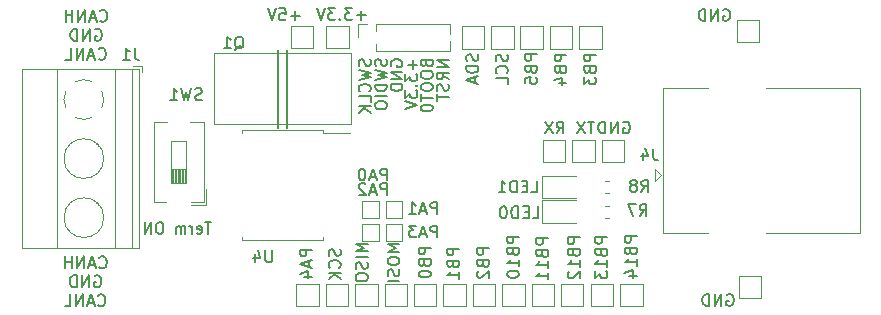
<source format=gbr>
G04 #@! TF.GenerationSoftware,KiCad,Pcbnew,6.0.5*
G04 #@! TF.CreationDate,2022-10-28T16:57:35+03:00*
G04 #@! TF.ProjectId,stm32,73746d33-322e-46b6-9963-61645f706362,rev?*
G04 #@! TF.SameCoordinates,Original*
G04 #@! TF.FileFunction,Legend,Bot*
G04 #@! TF.FilePolarity,Positive*
%FSLAX46Y46*%
G04 Gerber Fmt 4.6, Leading zero omitted, Abs format (unit mm)*
G04 Created by KiCad (PCBNEW 6.0.5) date 2022-10-28 16:57:35*
%MOMM*%
%LPD*%
G01*
G04 APERTURE LIST*
%ADD10C,0.150000*%
%ADD11C,0.200000*%
%ADD12C,0.120000*%
G04 APERTURE END LIST*
D10*
X91031961Y-54253095D02*
X91079580Y-54395952D01*
X91079580Y-54634047D01*
X91031961Y-54729285D01*
X90984342Y-54776904D01*
X90889104Y-54824523D01*
X90793866Y-54824523D01*
X90698628Y-54776904D01*
X90651009Y-54729285D01*
X90603390Y-54634047D01*
X90555771Y-54443571D01*
X90508152Y-54348333D01*
X90460533Y-54300714D01*
X90365295Y-54253095D01*
X90270057Y-54253095D01*
X90174819Y-54300714D01*
X90127200Y-54348333D01*
X90079580Y-54443571D01*
X90079580Y-54681666D01*
X90127200Y-54824523D01*
X90079580Y-55157857D02*
X91079580Y-55395952D01*
X90365295Y-55586428D01*
X91079580Y-55776904D01*
X90079580Y-56015000D01*
X90984342Y-56967380D02*
X91031961Y-56919761D01*
X91079580Y-56776904D01*
X91079580Y-56681666D01*
X91031961Y-56538809D01*
X90936723Y-56443571D01*
X90841485Y-56395952D01*
X90651009Y-56348333D01*
X90508152Y-56348333D01*
X90317676Y-56395952D01*
X90222438Y-56443571D01*
X90127200Y-56538809D01*
X90079580Y-56681666D01*
X90079580Y-56776904D01*
X90127200Y-56919761D01*
X90174819Y-56967380D01*
X91079580Y-57872142D02*
X91079580Y-57395952D01*
X90079580Y-57395952D01*
X91079580Y-58205476D02*
X90079580Y-58205476D01*
X91079580Y-58776904D02*
X90508152Y-58348333D01*
X90079580Y-58776904D02*
X90651009Y-58205476D01*
X97683580Y-54338742D02*
X96683580Y-54338742D01*
X97683580Y-54910171D01*
X96683580Y-54910171D01*
X97683580Y-55957790D02*
X97207390Y-55624457D01*
X97683580Y-55386361D02*
X96683580Y-55386361D01*
X96683580Y-55767314D01*
X96731200Y-55862552D01*
X96778819Y-55910171D01*
X96874057Y-55957790D01*
X97016914Y-55957790D01*
X97112152Y-55910171D01*
X97159771Y-55862552D01*
X97207390Y-55767314D01*
X97207390Y-55386361D01*
X97635961Y-56338742D02*
X97683580Y-56481600D01*
X97683580Y-56719695D01*
X97635961Y-56814933D01*
X97588342Y-56862552D01*
X97493104Y-56910171D01*
X97397866Y-56910171D01*
X97302628Y-56862552D01*
X97255009Y-56814933D01*
X97207390Y-56719695D01*
X97159771Y-56529219D01*
X97112152Y-56433980D01*
X97064533Y-56386361D01*
X96969295Y-56338742D01*
X96874057Y-56338742D01*
X96778819Y-56386361D01*
X96731200Y-56433980D01*
X96683580Y-56529219D01*
X96683580Y-56767314D01*
X96731200Y-56910171D01*
X96683580Y-57195885D02*
X96683580Y-57767314D01*
X97683580Y-57481600D02*
X96683580Y-57481600D01*
X77596323Y-68032380D02*
X77070609Y-68032380D01*
X77333466Y-69032380D02*
X77333466Y-68032380D01*
X76413466Y-68984761D02*
X76501085Y-69032380D01*
X76676323Y-69032380D01*
X76763942Y-68984761D01*
X76807752Y-68889523D01*
X76807752Y-68508571D01*
X76763942Y-68413333D01*
X76676323Y-68365714D01*
X76501085Y-68365714D01*
X76413466Y-68413333D01*
X76369657Y-68508571D01*
X76369657Y-68603809D01*
X76807752Y-68699047D01*
X75975371Y-69032380D02*
X75975371Y-68365714D01*
X75975371Y-68556190D02*
X75931561Y-68460952D01*
X75887752Y-68413333D01*
X75800133Y-68365714D01*
X75712514Y-68365714D01*
X75405847Y-69032380D02*
X75405847Y-68365714D01*
X75405847Y-68460952D02*
X75362038Y-68413333D01*
X75274419Y-68365714D01*
X75142990Y-68365714D01*
X75055371Y-68413333D01*
X75011561Y-68508571D01*
X75011561Y-69032380D01*
X75011561Y-68508571D02*
X74967752Y-68413333D01*
X74880133Y-68365714D01*
X74748704Y-68365714D01*
X74661085Y-68413333D01*
X74617276Y-68508571D01*
X74617276Y-69032380D01*
X73302990Y-68032380D02*
X73127752Y-68032380D01*
X73040133Y-68080000D01*
X72952514Y-68175238D01*
X72908704Y-68365714D01*
X72908704Y-68699047D01*
X72952514Y-68889523D01*
X73040133Y-68984761D01*
X73127752Y-69032380D01*
X73302990Y-69032380D01*
X73390609Y-68984761D01*
X73478228Y-68889523D01*
X73522038Y-68699047D01*
X73522038Y-68365714D01*
X73478228Y-68175238D01*
X73390609Y-68080000D01*
X73302990Y-68032380D01*
X72514419Y-69032380D02*
X72514419Y-68032380D01*
X71988704Y-69032380D01*
X71988704Y-68032380D01*
D11*
X68171866Y-50969542D02*
X68219485Y-51017161D01*
X68362342Y-51064780D01*
X68457580Y-51064780D01*
X68600438Y-51017161D01*
X68695676Y-50921923D01*
X68743295Y-50826685D01*
X68790914Y-50636209D01*
X68790914Y-50493352D01*
X68743295Y-50302876D01*
X68695676Y-50207638D01*
X68600438Y-50112400D01*
X68457580Y-50064780D01*
X68362342Y-50064780D01*
X68219485Y-50112400D01*
X68171866Y-50160019D01*
X67790914Y-50779066D02*
X67314723Y-50779066D01*
X67886152Y-51064780D02*
X67552819Y-50064780D01*
X67219485Y-51064780D01*
X66886152Y-51064780D02*
X66886152Y-50064780D01*
X66314723Y-51064780D01*
X66314723Y-50064780D01*
X65838533Y-51064780D02*
X65838533Y-50064780D01*
X65838533Y-50540971D02*
X65267104Y-50540971D01*
X65267104Y-51064780D02*
X65267104Y-50064780D01*
X67767104Y-51722400D02*
X67862342Y-51674780D01*
X68005200Y-51674780D01*
X68148057Y-51722400D01*
X68243295Y-51817638D01*
X68290914Y-51912876D01*
X68338533Y-52103352D01*
X68338533Y-52246209D01*
X68290914Y-52436685D01*
X68243295Y-52531923D01*
X68148057Y-52627161D01*
X68005200Y-52674780D01*
X67909961Y-52674780D01*
X67767104Y-52627161D01*
X67719485Y-52579542D01*
X67719485Y-52246209D01*
X67909961Y-52246209D01*
X67290914Y-52674780D02*
X67290914Y-51674780D01*
X66719485Y-52674780D01*
X66719485Y-51674780D01*
X66243295Y-52674780D02*
X66243295Y-51674780D01*
X66005200Y-51674780D01*
X65862342Y-51722400D01*
X65767104Y-51817638D01*
X65719485Y-51912876D01*
X65671866Y-52103352D01*
X65671866Y-52246209D01*
X65719485Y-52436685D01*
X65767104Y-52531923D01*
X65862342Y-52627161D01*
X66005200Y-52674780D01*
X66243295Y-52674780D01*
X68052819Y-54189542D02*
X68100438Y-54237161D01*
X68243295Y-54284780D01*
X68338533Y-54284780D01*
X68481390Y-54237161D01*
X68576628Y-54141923D01*
X68624247Y-54046685D01*
X68671866Y-53856209D01*
X68671866Y-53713352D01*
X68624247Y-53522876D01*
X68576628Y-53427638D01*
X68481390Y-53332400D01*
X68338533Y-53284780D01*
X68243295Y-53284780D01*
X68100438Y-53332400D01*
X68052819Y-53380019D01*
X67671866Y-53999066D02*
X67195676Y-53999066D01*
X67767104Y-54284780D02*
X67433771Y-53284780D01*
X67100438Y-54284780D01*
X66767104Y-54284780D02*
X66767104Y-53284780D01*
X66195676Y-54284780D01*
X66195676Y-53284780D01*
X65243295Y-54284780D02*
X65719485Y-54284780D01*
X65719485Y-53284780D01*
D10*
X94635628Y-54311800D02*
X94635628Y-55073704D01*
X95016580Y-54692752D02*
X94254676Y-54692752D01*
X94016580Y-55454657D02*
X94016580Y-56073704D01*
X94397533Y-55740371D01*
X94397533Y-55883228D01*
X94445152Y-55978466D01*
X94492771Y-56026085D01*
X94588009Y-56073704D01*
X94826104Y-56073704D01*
X94921342Y-56026085D01*
X94968961Y-55978466D01*
X95016580Y-55883228D01*
X95016580Y-55597514D01*
X94968961Y-55502276D01*
X94921342Y-55454657D01*
X94921342Y-56502276D02*
X94968961Y-56549895D01*
X95016580Y-56502276D01*
X94968961Y-56454657D01*
X94921342Y-56502276D01*
X95016580Y-56502276D01*
X94016580Y-56883228D02*
X94016580Y-57502276D01*
X94397533Y-57168942D01*
X94397533Y-57311800D01*
X94445152Y-57407038D01*
X94492771Y-57454657D01*
X94588009Y-57502276D01*
X94826104Y-57502276D01*
X94921342Y-57454657D01*
X94968961Y-57407038D01*
X95016580Y-57311800D01*
X95016580Y-57026085D01*
X94968961Y-56930847D01*
X94921342Y-56883228D01*
X94016580Y-57787990D02*
X95016580Y-58121323D01*
X94016580Y-58454657D01*
X92819600Y-54838695D02*
X92771980Y-54743457D01*
X92771980Y-54600600D01*
X92819600Y-54457742D01*
X92914838Y-54362504D01*
X93010076Y-54314885D01*
X93200552Y-54267266D01*
X93343409Y-54267266D01*
X93533885Y-54314885D01*
X93629123Y-54362504D01*
X93724361Y-54457742D01*
X93771980Y-54600600D01*
X93771980Y-54695838D01*
X93724361Y-54838695D01*
X93676742Y-54886314D01*
X93343409Y-54886314D01*
X93343409Y-54695838D01*
X93771980Y-55314885D02*
X92771980Y-55314885D01*
X93771980Y-55886314D01*
X92771980Y-55886314D01*
X93771980Y-56362504D02*
X92771980Y-56362504D01*
X92771980Y-56600600D01*
X92819600Y-56743457D01*
X92914838Y-56838695D01*
X93010076Y-56886314D01*
X93200552Y-56933933D01*
X93343409Y-56933933D01*
X93533885Y-56886314D01*
X93629123Y-56838695D01*
X93724361Y-56743457D01*
X93771980Y-56600600D01*
X93771980Y-56362504D01*
D11*
X68121066Y-71848342D02*
X68168685Y-71895961D01*
X68311542Y-71943580D01*
X68406780Y-71943580D01*
X68549638Y-71895961D01*
X68644876Y-71800723D01*
X68692495Y-71705485D01*
X68740114Y-71515009D01*
X68740114Y-71372152D01*
X68692495Y-71181676D01*
X68644876Y-71086438D01*
X68549638Y-70991200D01*
X68406780Y-70943580D01*
X68311542Y-70943580D01*
X68168685Y-70991200D01*
X68121066Y-71038819D01*
X67740114Y-71657866D02*
X67263923Y-71657866D01*
X67835352Y-71943580D02*
X67502019Y-70943580D01*
X67168685Y-71943580D01*
X66835352Y-71943580D02*
X66835352Y-70943580D01*
X66263923Y-71943580D01*
X66263923Y-70943580D01*
X65787733Y-71943580D02*
X65787733Y-70943580D01*
X65787733Y-71419771D02*
X65216304Y-71419771D01*
X65216304Y-71943580D02*
X65216304Y-70943580D01*
X67716304Y-72601200D02*
X67811542Y-72553580D01*
X67954400Y-72553580D01*
X68097257Y-72601200D01*
X68192495Y-72696438D01*
X68240114Y-72791676D01*
X68287733Y-72982152D01*
X68287733Y-73125009D01*
X68240114Y-73315485D01*
X68192495Y-73410723D01*
X68097257Y-73505961D01*
X67954400Y-73553580D01*
X67859161Y-73553580D01*
X67716304Y-73505961D01*
X67668685Y-73458342D01*
X67668685Y-73125009D01*
X67859161Y-73125009D01*
X67240114Y-73553580D02*
X67240114Y-72553580D01*
X66668685Y-73553580D01*
X66668685Y-72553580D01*
X66192495Y-73553580D02*
X66192495Y-72553580D01*
X65954400Y-72553580D01*
X65811542Y-72601200D01*
X65716304Y-72696438D01*
X65668685Y-72791676D01*
X65621066Y-72982152D01*
X65621066Y-73125009D01*
X65668685Y-73315485D01*
X65716304Y-73410723D01*
X65811542Y-73505961D01*
X65954400Y-73553580D01*
X66192495Y-73553580D01*
X68002019Y-75068342D02*
X68049638Y-75115961D01*
X68192495Y-75163580D01*
X68287733Y-75163580D01*
X68430590Y-75115961D01*
X68525828Y-75020723D01*
X68573447Y-74925485D01*
X68621066Y-74735009D01*
X68621066Y-74592152D01*
X68573447Y-74401676D01*
X68525828Y-74306438D01*
X68430590Y-74211200D01*
X68287733Y-74163580D01*
X68192495Y-74163580D01*
X68049638Y-74211200D01*
X68002019Y-74258819D01*
X67621066Y-74877866D02*
X67144876Y-74877866D01*
X67716304Y-75163580D02*
X67382971Y-74163580D01*
X67049638Y-75163580D01*
X66716304Y-75163580D02*
X66716304Y-74163580D01*
X66144876Y-75163580D01*
X66144876Y-74163580D01*
X65192495Y-75163580D02*
X65668685Y-75163580D01*
X65668685Y-74163580D01*
D10*
X92403561Y-54243552D02*
X92451180Y-54386409D01*
X92451180Y-54624504D01*
X92403561Y-54719742D01*
X92355942Y-54767361D01*
X92260704Y-54814980D01*
X92165466Y-54814980D01*
X92070228Y-54767361D01*
X92022609Y-54719742D01*
X91974990Y-54624504D01*
X91927371Y-54434028D01*
X91879752Y-54338790D01*
X91832133Y-54291171D01*
X91736895Y-54243552D01*
X91641657Y-54243552D01*
X91546419Y-54291171D01*
X91498800Y-54338790D01*
X91451180Y-54434028D01*
X91451180Y-54672123D01*
X91498800Y-54814980D01*
X91451180Y-55148314D02*
X92451180Y-55386409D01*
X91736895Y-55576885D01*
X92451180Y-55767361D01*
X91451180Y-56005457D01*
X92451180Y-56386409D02*
X91451180Y-56386409D01*
X91451180Y-56624504D01*
X91498800Y-56767361D01*
X91594038Y-56862600D01*
X91689276Y-56910219D01*
X91879752Y-56957838D01*
X92022609Y-56957838D01*
X92213085Y-56910219D01*
X92308323Y-56862600D01*
X92403561Y-56767361D01*
X92451180Y-56624504D01*
X92451180Y-56386409D01*
X92451180Y-57386409D02*
X91451180Y-57386409D01*
X91451180Y-58053076D02*
X91451180Y-58243552D01*
X91498800Y-58338790D01*
X91594038Y-58434028D01*
X91784514Y-58481647D01*
X92117847Y-58481647D01*
X92308323Y-58434028D01*
X92403561Y-58338790D01*
X92451180Y-58243552D01*
X92451180Y-58053076D01*
X92403561Y-57957838D01*
X92308323Y-57862600D01*
X92117847Y-57814980D01*
X91784514Y-57814980D01*
X91594038Y-57862600D01*
X91498800Y-57957838D01*
X91451180Y-58053076D01*
X95813571Y-54605466D02*
X95861190Y-54748323D01*
X95908809Y-54795942D01*
X96004047Y-54843561D01*
X96146904Y-54843561D01*
X96242142Y-54795942D01*
X96289761Y-54748323D01*
X96337380Y-54653085D01*
X96337380Y-54272133D01*
X95337380Y-54272133D01*
X95337380Y-54605466D01*
X95385000Y-54700704D01*
X95432619Y-54748323D01*
X95527857Y-54795942D01*
X95623095Y-54795942D01*
X95718333Y-54748323D01*
X95765952Y-54700704D01*
X95813571Y-54605466D01*
X95813571Y-54272133D01*
X95337380Y-55462609D02*
X95337380Y-55653085D01*
X95385000Y-55748323D01*
X95480238Y-55843561D01*
X95670714Y-55891180D01*
X96004047Y-55891180D01*
X96194523Y-55843561D01*
X96289761Y-55748323D01*
X96337380Y-55653085D01*
X96337380Y-55462609D01*
X96289761Y-55367371D01*
X96194523Y-55272133D01*
X96004047Y-55224514D01*
X95670714Y-55224514D01*
X95480238Y-55272133D01*
X95385000Y-55367371D01*
X95337380Y-55462609D01*
X95337380Y-56510228D02*
X95337380Y-56700704D01*
X95385000Y-56795942D01*
X95480238Y-56891180D01*
X95670714Y-56938800D01*
X96004047Y-56938800D01*
X96194523Y-56891180D01*
X96289761Y-56795942D01*
X96337380Y-56700704D01*
X96337380Y-56510228D01*
X96289761Y-56414990D01*
X96194523Y-56319752D01*
X96004047Y-56272133D01*
X95670714Y-56272133D01*
X95480238Y-56319752D01*
X95385000Y-56414990D01*
X95337380Y-56510228D01*
X95337380Y-57224514D02*
X95337380Y-57795942D01*
X96337380Y-57510228D02*
X95337380Y-57510228D01*
X95337380Y-58319752D02*
X95337380Y-58414990D01*
X95385000Y-58510228D01*
X95432619Y-58557847D01*
X95527857Y-58605466D01*
X95718333Y-58653085D01*
X95956428Y-58653085D01*
X96146904Y-58605466D01*
X96242142Y-58557847D01*
X96289761Y-58510228D01*
X96337380Y-58414990D01*
X96337380Y-58319752D01*
X96289761Y-58224514D01*
X96242142Y-58176895D01*
X96146904Y-58129276D01*
X95956428Y-58081657D01*
X95718333Y-58081657D01*
X95527857Y-58129276D01*
X95432619Y-58176895D01*
X95385000Y-58224514D01*
X95337380Y-58319752D01*
X112471104Y-59571000D02*
X112566342Y-59523380D01*
X112709200Y-59523380D01*
X112852057Y-59571000D01*
X112947295Y-59666238D01*
X112994914Y-59761476D01*
X113042533Y-59951952D01*
X113042533Y-60094809D01*
X112994914Y-60285285D01*
X112947295Y-60380523D01*
X112852057Y-60475761D01*
X112709200Y-60523380D01*
X112613961Y-60523380D01*
X112471104Y-60475761D01*
X112423485Y-60428142D01*
X112423485Y-60094809D01*
X112613961Y-60094809D01*
X111994914Y-60523380D02*
X111994914Y-59523380D01*
X111423485Y-60523380D01*
X111423485Y-59523380D01*
X110947295Y-60523380D02*
X110947295Y-59523380D01*
X110709200Y-59523380D01*
X110566342Y-59571000D01*
X110471104Y-59666238D01*
X110423485Y-59761476D01*
X110375866Y-59951952D01*
X110375866Y-60094809D01*
X110423485Y-60285285D01*
X110471104Y-60380523D01*
X110566342Y-60475761D01*
X110709200Y-60523380D01*
X110947295Y-60523380D01*
X86126580Y-70359733D02*
X85126580Y-70359733D01*
X85126580Y-70740685D01*
X85174200Y-70835923D01*
X85221819Y-70883542D01*
X85317057Y-70931161D01*
X85459914Y-70931161D01*
X85555152Y-70883542D01*
X85602771Y-70835923D01*
X85650390Y-70740685D01*
X85650390Y-70359733D01*
X85840866Y-71312114D02*
X85840866Y-71788304D01*
X86126580Y-71216876D02*
X85126580Y-71550209D01*
X86126580Y-71883542D01*
X85459914Y-72645447D02*
X86126580Y-72645447D01*
X85078961Y-72407352D02*
X85793247Y-72169257D01*
X85793247Y-72788304D01*
X113609380Y-69202514D02*
X112609380Y-69202514D01*
X112609380Y-69583466D01*
X112657000Y-69678704D01*
X112704619Y-69726323D01*
X112799857Y-69773942D01*
X112942714Y-69773942D01*
X113037952Y-69726323D01*
X113085571Y-69678704D01*
X113133190Y-69583466D01*
X113133190Y-69202514D01*
X113085571Y-70535847D02*
X113133190Y-70678704D01*
X113180809Y-70726323D01*
X113276047Y-70773942D01*
X113418904Y-70773942D01*
X113514142Y-70726323D01*
X113561761Y-70678704D01*
X113609380Y-70583466D01*
X113609380Y-70202514D01*
X112609380Y-70202514D01*
X112609380Y-70535847D01*
X112657000Y-70631085D01*
X112704619Y-70678704D01*
X112799857Y-70726323D01*
X112895095Y-70726323D01*
X112990333Y-70678704D01*
X113037952Y-70631085D01*
X113085571Y-70535847D01*
X113085571Y-70202514D01*
X113609380Y-71726323D02*
X113609380Y-71154895D01*
X113609380Y-71440609D02*
X112609380Y-71440609D01*
X112752238Y-71345371D01*
X112847476Y-71250133D01*
X112895095Y-71154895D01*
X112942714Y-72583466D02*
X113609380Y-72583466D01*
X112561761Y-72345371D02*
X113276047Y-72107276D01*
X113276047Y-72726323D01*
X111120180Y-69304114D02*
X110120180Y-69304114D01*
X110120180Y-69685066D01*
X110167800Y-69780304D01*
X110215419Y-69827923D01*
X110310657Y-69875542D01*
X110453514Y-69875542D01*
X110548752Y-69827923D01*
X110596371Y-69780304D01*
X110643990Y-69685066D01*
X110643990Y-69304114D01*
X110596371Y-70637447D02*
X110643990Y-70780304D01*
X110691609Y-70827923D01*
X110786847Y-70875542D01*
X110929704Y-70875542D01*
X111024942Y-70827923D01*
X111072561Y-70780304D01*
X111120180Y-70685066D01*
X111120180Y-70304114D01*
X110120180Y-70304114D01*
X110120180Y-70637447D01*
X110167800Y-70732685D01*
X110215419Y-70780304D01*
X110310657Y-70827923D01*
X110405895Y-70827923D01*
X110501133Y-70780304D01*
X110548752Y-70732685D01*
X110596371Y-70637447D01*
X110596371Y-70304114D01*
X111120180Y-71827923D02*
X111120180Y-71256495D01*
X111120180Y-71542209D02*
X110120180Y-71542209D01*
X110263038Y-71446971D01*
X110358276Y-71351733D01*
X110405895Y-71256495D01*
X110120180Y-72161257D02*
X110120180Y-72780304D01*
X110501133Y-72446971D01*
X110501133Y-72589828D01*
X110548752Y-72685066D01*
X110596371Y-72732685D01*
X110691609Y-72780304D01*
X110929704Y-72780304D01*
X111024942Y-72732685D01*
X111072561Y-72685066D01*
X111120180Y-72589828D01*
X111120180Y-72304114D01*
X111072561Y-72208876D01*
X111024942Y-72161257D01*
X108783380Y-69329514D02*
X107783380Y-69329514D01*
X107783380Y-69710466D01*
X107831000Y-69805704D01*
X107878619Y-69853323D01*
X107973857Y-69900942D01*
X108116714Y-69900942D01*
X108211952Y-69853323D01*
X108259571Y-69805704D01*
X108307190Y-69710466D01*
X108307190Y-69329514D01*
X108259571Y-70662847D02*
X108307190Y-70805704D01*
X108354809Y-70853323D01*
X108450047Y-70900942D01*
X108592904Y-70900942D01*
X108688142Y-70853323D01*
X108735761Y-70805704D01*
X108783380Y-70710466D01*
X108783380Y-70329514D01*
X107783380Y-70329514D01*
X107783380Y-70662847D01*
X107831000Y-70758085D01*
X107878619Y-70805704D01*
X107973857Y-70853323D01*
X108069095Y-70853323D01*
X108164333Y-70805704D01*
X108211952Y-70758085D01*
X108259571Y-70662847D01*
X108259571Y-70329514D01*
X108783380Y-71853323D02*
X108783380Y-71281895D01*
X108783380Y-71567609D02*
X107783380Y-71567609D01*
X107926238Y-71472371D01*
X108021476Y-71377133D01*
X108069095Y-71281895D01*
X107878619Y-72234276D02*
X107831000Y-72281895D01*
X107783380Y-72377133D01*
X107783380Y-72615228D01*
X107831000Y-72710466D01*
X107878619Y-72758085D01*
X107973857Y-72805704D01*
X108069095Y-72805704D01*
X108211952Y-72758085D01*
X108783380Y-72186657D01*
X108783380Y-72805704D01*
X104792847Y-67711580D02*
X105269038Y-67711580D01*
X105269038Y-66711580D01*
X104459514Y-67187771D02*
X104126180Y-67187771D01*
X103983323Y-67711580D02*
X104459514Y-67711580D01*
X104459514Y-66711580D01*
X103983323Y-66711580D01*
X103554752Y-67711580D02*
X103554752Y-66711580D01*
X103316657Y-66711580D01*
X103173800Y-66759200D01*
X103078561Y-66854438D01*
X103030942Y-66949676D01*
X102983323Y-67140152D01*
X102983323Y-67283009D01*
X103030942Y-67473485D01*
X103078561Y-67568723D01*
X103173800Y-67663961D01*
X103316657Y-67711580D01*
X103554752Y-67711580D01*
X102364276Y-66711580D02*
X102269038Y-66711580D01*
X102173800Y-66759200D01*
X102126180Y-66806819D01*
X102078561Y-66902057D01*
X102030942Y-67092533D01*
X102030942Y-67330628D01*
X102078561Y-67521104D01*
X102126180Y-67616342D01*
X102173800Y-67663961D01*
X102269038Y-67711580D01*
X102364276Y-67711580D01*
X102459514Y-67663961D01*
X102507133Y-67616342D01*
X102554752Y-67521104D01*
X102602371Y-67330628D01*
X102602371Y-67092533D01*
X102554752Y-66902057D01*
X102507133Y-66806819D01*
X102459514Y-66759200D01*
X102364276Y-66711580D01*
X104682247Y-65527180D02*
X105158438Y-65527180D01*
X105158438Y-64527180D01*
X104348914Y-65003371D02*
X104015580Y-65003371D01*
X103872723Y-65527180D02*
X104348914Y-65527180D01*
X104348914Y-64527180D01*
X103872723Y-64527180D01*
X103444152Y-65527180D02*
X103444152Y-64527180D01*
X103206057Y-64527180D01*
X103063200Y-64574800D01*
X102967961Y-64670038D01*
X102920342Y-64765276D01*
X102872723Y-64955752D01*
X102872723Y-65098609D01*
X102920342Y-65289085D01*
X102967961Y-65384323D01*
X103063200Y-65479561D01*
X103206057Y-65527180D01*
X103444152Y-65527180D01*
X101920342Y-65527180D02*
X102491771Y-65527180D01*
X102206057Y-65527180D02*
X102206057Y-64527180D01*
X102301295Y-64670038D01*
X102396533Y-64765276D01*
X102491771Y-64812895D01*
X71097733Y-53300380D02*
X71097733Y-54014666D01*
X71145352Y-54157523D01*
X71240590Y-54252761D01*
X71383447Y-54300380D01*
X71478685Y-54300380D01*
X70097733Y-54300380D02*
X70669161Y-54300380D01*
X70383447Y-54300380D02*
X70383447Y-53300380D01*
X70478685Y-53443238D01*
X70573923Y-53538476D01*
X70669161Y-53586095D01*
X113857066Y-67508380D02*
X114190400Y-67032190D01*
X114428495Y-67508380D02*
X114428495Y-66508380D01*
X114047542Y-66508380D01*
X113952304Y-66556000D01*
X113904685Y-66603619D01*
X113857066Y-66698857D01*
X113857066Y-66841714D01*
X113904685Y-66936952D01*
X113952304Y-66984571D01*
X114047542Y-67032190D01*
X114428495Y-67032190D01*
X113523733Y-66508380D02*
X112857066Y-66508380D01*
X113285638Y-67508380D01*
X114009466Y-65476380D02*
X114342800Y-65000190D01*
X114580895Y-65476380D02*
X114580895Y-64476380D01*
X114199942Y-64476380D01*
X114104704Y-64524000D01*
X114057085Y-64571619D01*
X114009466Y-64666857D01*
X114009466Y-64809714D01*
X114057085Y-64904952D01*
X114104704Y-64952571D01*
X114199942Y-65000190D01*
X114580895Y-65000190D01*
X113438038Y-64904952D02*
X113533276Y-64857333D01*
X113580895Y-64809714D01*
X113628514Y-64714476D01*
X113628514Y-64666857D01*
X113580895Y-64571619D01*
X113533276Y-64524000D01*
X113438038Y-64476380D01*
X113247561Y-64476380D01*
X113152323Y-64524000D01*
X113104704Y-64571619D01*
X113057085Y-64666857D01*
X113057085Y-64714476D01*
X113104704Y-64809714D01*
X113152323Y-64857333D01*
X113247561Y-64904952D01*
X113438038Y-64904952D01*
X113533276Y-64952571D01*
X113580895Y-65000190D01*
X113628514Y-65095428D01*
X113628514Y-65285904D01*
X113580895Y-65381142D01*
X113533276Y-65428761D01*
X113438038Y-65476380D01*
X113247561Y-65476380D01*
X113152323Y-65428761D01*
X113104704Y-65381142D01*
X113057085Y-65285904D01*
X113057085Y-65095428D01*
X113104704Y-65000190D01*
X113152323Y-64952571D01*
X113247561Y-64904952D01*
X76796733Y-57669061D02*
X76653876Y-57716680D01*
X76415780Y-57716680D01*
X76320542Y-57669061D01*
X76272923Y-57621442D01*
X76225304Y-57526204D01*
X76225304Y-57430966D01*
X76272923Y-57335728D01*
X76320542Y-57288109D01*
X76415780Y-57240490D01*
X76606257Y-57192871D01*
X76701495Y-57145252D01*
X76749114Y-57097633D01*
X76796733Y-57002395D01*
X76796733Y-56907157D01*
X76749114Y-56811919D01*
X76701495Y-56764300D01*
X76606257Y-56716680D01*
X76368161Y-56716680D01*
X76225304Y-56764300D01*
X75891971Y-56716680D02*
X75653876Y-57716680D01*
X75463400Y-57002395D01*
X75272923Y-57716680D01*
X75034828Y-56716680D01*
X74130066Y-57716680D02*
X74701495Y-57716680D01*
X74415780Y-57716680D02*
X74415780Y-56716680D01*
X74511019Y-56859538D01*
X74606257Y-56954776D01*
X74701495Y-57002395D01*
X82753104Y-70419980D02*
X82753104Y-71229504D01*
X82705485Y-71324742D01*
X82657866Y-71372361D01*
X82562628Y-71419980D01*
X82372152Y-71419980D01*
X82276914Y-71372361D01*
X82229295Y-71324742D01*
X82181676Y-71229504D01*
X82181676Y-70419980D01*
X81276914Y-70753314D02*
X81276914Y-71419980D01*
X81515009Y-70372361D02*
X81753104Y-71086647D01*
X81134057Y-71086647D01*
X79571838Y-53430419D02*
X79667076Y-53382800D01*
X79762314Y-53287561D01*
X79905171Y-53144704D01*
X80000409Y-53097085D01*
X80095647Y-53097085D01*
X80048028Y-53335180D02*
X80143266Y-53287561D01*
X80238504Y-53192323D01*
X80286123Y-53001847D01*
X80286123Y-52668514D01*
X80238504Y-52478038D01*
X80143266Y-52382800D01*
X80048028Y-52335180D01*
X79857552Y-52335180D01*
X79762314Y-52382800D01*
X79667076Y-52478038D01*
X79619457Y-52668514D01*
X79619457Y-53001847D01*
X79667076Y-53192323D01*
X79762314Y-53287561D01*
X79857552Y-53335180D01*
X80048028Y-53335180D01*
X78667076Y-53335180D02*
X79238504Y-53335180D01*
X78952790Y-53335180D02*
X78952790Y-52335180D01*
X79048028Y-52478038D01*
X79143266Y-52573276D01*
X79238504Y-52620895D01*
X115014333Y-61809380D02*
X115014333Y-62523666D01*
X115061952Y-62666523D01*
X115157190Y-62761761D01*
X115300047Y-62809380D01*
X115395285Y-62809380D01*
X114109571Y-62142714D02*
X114109571Y-62809380D01*
X114347666Y-61761761D02*
X114585761Y-62476047D01*
X113966714Y-62476047D01*
X103627180Y-69253314D02*
X102627180Y-69253314D01*
X102627180Y-69634266D01*
X102674800Y-69729504D01*
X102722419Y-69777123D01*
X102817657Y-69824742D01*
X102960514Y-69824742D01*
X103055752Y-69777123D01*
X103103371Y-69729504D01*
X103150990Y-69634266D01*
X103150990Y-69253314D01*
X103103371Y-70586647D02*
X103150990Y-70729504D01*
X103198609Y-70777123D01*
X103293847Y-70824742D01*
X103436704Y-70824742D01*
X103531942Y-70777123D01*
X103579561Y-70729504D01*
X103627180Y-70634266D01*
X103627180Y-70253314D01*
X102627180Y-70253314D01*
X102627180Y-70586647D01*
X102674800Y-70681885D01*
X102722419Y-70729504D01*
X102817657Y-70777123D01*
X102912895Y-70777123D01*
X103008133Y-70729504D01*
X103055752Y-70681885D01*
X103103371Y-70586647D01*
X103103371Y-70253314D01*
X103627180Y-71777123D02*
X103627180Y-71205695D01*
X103627180Y-71491409D02*
X102627180Y-71491409D01*
X102770038Y-71396171D01*
X102865276Y-71300933D01*
X102912895Y-71205695D01*
X102627180Y-72396171D02*
X102627180Y-72491409D01*
X102674800Y-72586647D01*
X102722419Y-72634266D01*
X102817657Y-72681885D01*
X103008133Y-72729504D01*
X103246228Y-72729504D01*
X103436704Y-72681885D01*
X103531942Y-72634266D01*
X103579561Y-72586647D01*
X103627180Y-72491409D01*
X103627180Y-72396171D01*
X103579561Y-72300933D01*
X103531942Y-72253314D01*
X103436704Y-72205695D01*
X103246228Y-72158076D01*
X103008133Y-72158076D01*
X102817657Y-72205695D01*
X102722419Y-72253314D01*
X102674800Y-72300933D01*
X102627180Y-72396171D01*
X85080314Y-50566628D02*
X84318409Y-50566628D01*
X84699361Y-50947580D02*
X84699361Y-50185676D01*
X83366028Y-49947580D02*
X83842219Y-49947580D01*
X83889838Y-50423771D01*
X83842219Y-50376152D01*
X83746980Y-50328533D01*
X83508885Y-50328533D01*
X83413647Y-50376152D01*
X83366028Y-50423771D01*
X83318409Y-50519009D01*
X83318409Y-50757104D01*
X83366028Y-50852342D01*
X83413647Y-50899961D01*
X83508885Y-50947580D01*
X83746980Y-50947580D01*
X83842219Y-50899961D01*
X83889838Y-50852342D01*
X83032695Y-49947580D02*
X82699361Y-50947580D01*
X82366028Y-49947580D01*
X100145961Y-53827514D02*
X100193580Y-53970371D01*
X100193580Y-54208466D01*
X100145961Y-54303704D01*
X100098342Y-54351323D01*
X100003104Y-54398942D01*
X99907866Y-54398942D01*
X99812628Y-54351323D01*
X99765009Y-54303704D01*
X99717390Y-54208466D01*
X99669771Y-54017990D01*
X99622152Y-53922752D01*
X99574533Y-53875133D01*
X99479295Y-53827514D01*
X99384057Y-53827514D01*
X99288819Y-53875133D01*
X99241200Y-53922752D01*
X99193580Y-54017990D01*
X99193580Y-54256085D01*
X99241200Y-54398942D01*
X100193580Y-54827514D02*
X99193580Y-54827514D01*
X99193580Y-55065609D01*
X99241200Y-55208466D01*
X99336438Y-55303704D01*
X99431676Y-55351323D01*
X99622152Y-55398942D01*
X99765009Y-55398942D01*
X99955485Y-55351323D01*
X100050723Y-55303704D01*
X100145961Y-55208466D01*
X100193580Y-55065609D01*
X100193580Y-54827514D01*
X99907866Y-55779895D02*
X99907866Y-56256085D01*
X100193580Y-55684657D02*
X99193580Y-56017990D01*
X100193580Y-56351323D01*
X102635161Y-53851323D02*
X102682780Y-53994180D01*
X102682780Y-54232276D01*
X102635161Y-54327514D01*
X102587542Y-54375133D01*
X102492304Y-54422752D01*
X102397066Y-54422752D01*
X102301828Y-54375133D01*
X102254209Y-54327514D01*
X102206590Y-54232276D01*
X102158971Y-54041800D01*
X102111352Y-53946561D01*
X102063733Y-53898942D01*
X101968495Y-53851323D01*
X101873257Y-53851323D01*
X101778019Y-53898942D01*
X101730400Y-53946561D01*
X101682780Y-54041800D01*
X101682780Y-54279895D01*
X101730400Y-54422752D01*
X102587542Y-55422752D02*
X102635161Y-55375133D01*
X102682780Y-55232276D01*
X102682780Y-55137038D01*
X102635161Y-54994180D01*
X102539923Y-54898942D01*
X102444685Y-54851323D01*
X102254209Y-54803704D01*
X102111352Y-54803704D01*
X101920876Y-54851323D01*
X101825638Y-54898942D01*
X101730400Y-54994180D01*
X101682780Y-55137038D01*
X101682780Y-55232276D01*
X101730400Y-55375133D01*
X101778019Y-55422752D01*
X102682780Y-56327514D02*
X102682780Y-55851323D01*
X101682780Y-55851323D01*
X110150380Y-53854504D02*
X109150380Y-53854504D01*
X109150380Y-54235457D01*
X109198000Y-54330695D01*
X109245619Y-54378314D01*
X109340857Y-54425933D01*
X109483714Y-54425933D01*
X109578952Y-54378314D01*
X109626571Y-54330695D01*
X109674190Y-54235457D01*
X109674190Y-53854504D01*
X109626571Y-55187838D02*
X109674190Y-55330695D01*
X109721809Y-55378314D01*
X109817047Y-55425933D01*
X109959904Y-55425933D01*
X110055142Y-55378314D01*
X110102761Y-55330695D01*
X110150380Y-55235457D01*
X110150380Y-54854504D01*
X109150380Y-54854504D01*
X109150380Y-55187838D01*
X109198000Y-55283076D01*
X109245619Y-55330695D01*
X109340857Y-55378314D01*
X109436095Y-55378314D01*
X109531333Y-55330695D01*
X109578952Y-55283076D01*
X109626571Y-55187838D01*
X109626571Y-54854504D01*
X109150380Y-55759266D02*
X109150380Y-56378314D01*
X109531333Y-56044980D01*
X109531333Y-56187838D01*
X109578952Y-56283076D01*
X109626571Y-56330695D01*
X109721809Y-56378314D01*
X109959904Y-56378314D01*
X110055142Y-56330695D01*
X110102761Y-56283076D01*
X110150380Y-56187838D01*
X110150380Y-55902123D01*
X110102761Y-55806885D01*
X110055142Y-55759266D01*
X96721466Y-67355980D02*
X96721466Y-66355980D01*
X96340514Y-66355980D01*
X96245276Y-66403600D01*
X96197657Y-66451219D01*
X96150038Y-66546457D01*
X96150038Y-66689314D01*
X96197657Y-66784552D01*
X96245276Y-66832171D01*
X96340514Y-66879790D01*
X96721466Y-66879790D01*
X95769085Y-67070266D02*
X95292895Y-67070266D01*
X95864323Y-67355980D02*
X95530990Y-66355980D01*
X95197657Y-67355980D01*
X94340514Y-67355980D02*
X94911942Y-67355980D01*
X94626228Y-67355980D02*
X94626228Y-66355980D01*
X94721466Y-66498838D01*
X94816704Y-66594076D01*
X94911942Y-66641695D01*
X101087180Y-70237504D02*
X100087180Y-70237504D01*
X100087180Y-70618457D01*
X100134800Y-70713695D01*
X100182419Y-70761314D01*
X100277657Y-70808933D01*
X100420514Y-70808933D01*
X100515752Y-70761314D01*
X100563371Y-70713695D01*
X100610990Y-70618457D01*
X100610990Y-70237504D01*
X100563371Y-71570838D02*
X100610990Y-71713695D01*
X100658609Y-71761314D01*
X100753847Y-71808933D01*
X100896704Y-71808933D01*
X100991942Y-71761314D01*
X101039561Y-71713695D01*
X101087180Y-71618457D01*
X101087180Y-71237504D01*
X100087180Y-71237504D01*
X100087180Y-71570838D01*
X100134800Y-71666076D01*
X100182419Y-71713695D01*
X100277657Y-71761314D01*
X100372895Y-71761314D01*
X100468133Y-71713695D01*
X100515752Y-71666076D01*
X100563371Y-71570838D01*
X100563371Y-71237504D01*
X100182419Y-72189885D02*
X100134800Y-72237504D01*
X100087180Y-72332742D01*
X100087180Y-72570838D01*
X100134800Y-72666076D01*
X100182419Y-72713695D01*
X100277657Y-72761314D01*
X100372895Y-72761314D01*
X100515752Y-72713695D01*
X101087180Y-72142266D01*
X101087180Y-72761314D01*
X92454266Y-64511180D02*
X92454266Y-63511180D01*
X92073314Y-63511180D01*
X91978076Y-63558800D01*
X91930457Y-63606419D01*
X91882838Y-63701657D01*
X91882838Y-63844514D01*
X91930457Y-63939752D01*
X91978076Y-63987371D01*
X92073314Y-64034990D01*
X92454266Y-64034990D01*
X91501885Y-64225466D02*
X91025695Y-64225466D01*
X91597123Y-64511180D02*
X91263790Y-63511180D01*
X90930457Y-64511180D01*
X90406647Y-63511180D02*
X90311409Y-63511180D01*
X90216171Y-63558800D01*
X90168552Y-63606419D01*
X90120933Y-63701657D01*
X90073314Y-63892133D01*
X90073314Y-64130228D01*
X90120933Y-64320704D01*
X90168552Y-64415942D01*
X90216171Y-64463561D01*
X90311409Y-64511180D01*
X90406647Y-64511180D01*
X90501885Y-64463561D01*
X90549504Y-64415942D01*
X90597123Y-64320704D01*
X90644742Y-64130228D01*
X90644742Y-63892133D01*
X90597123Y-63701657D01*
X90549504Y-63606419D01*
X90501885Y-63558800D01*
X90406647Y-63511180D01*
X93517980Y-69904171D02*
X92517980Y-69904171D01*
X93232266Y-70237504D01*
X92517980Y-70570838D01*
X93517980Y-70570838D01*
X92517980Y-71237504D02*
X92517980Y-71427980D01*
X92565600Y-71523219D01*
X92660838Y-71618457D01*
X92851314Y-71666076D01*
X93184647Y-71666076D01*
X93375123Y-71618457D01*
X93470361Y-71523219D01*
X93517980Y-71427980D01*
X93517980Y-71237504D01*
X93470361Y-71142266D01*
X93375123Y-71047028D01*
X93184647Y-70999409D01*
X92851314Y-70999409D01*
X92660838Y-71047028D01*
X92565600Y-71142266D01*
X92517980Y-71237504D01*
X93470361Y-72047028D02*
X93517980Y-72189885D01*
X93517980Y-72427980D01*
X93470361Y-72523219D01*
X93422742Y-72570838D01*
X93327504Y-72618457D01*
X93232266Y-72618457D01*
X93137028Y-72570838D01*
X93089409Y-72523219D01*
X93041790Y-72427980D01*
X92994171Y-72237504D01*
X92946552Y-72142266D01*
X92898933Y-72094647D01*
X92803695Y-72047028D01*
X92708457Y-72047028D01*
X92613219Y-72094647D01*
X92565600Y-72142266D01*
X92517980Y-72237504D01*
X92517980Y-72475600D01*
X92565600Y-72618457D01*
X93517980Y-73047028D02*
X92517980Y-73047028D01*
X98547180Y-70288304D02*
X97547180Y-70288304D01*
X97547180Y-70669257D01*
X97594800Y-70764495D01*
X97642419Y-70812114D01*
X97737657Y-70859733D01*
X97880514Y-70859733D01*
X97975752Y-70812114D01*
X98023371Y-70764495D01*
X98070990Y-70669257D01*
X98070990Y-70288304D01*
X98023371Y-71621638D02*
X98070990Y-71764495D01*
X98118609Y-71812114D01*
X98213847Y-71859733D01*
X98356704Y-71859733D01*
X98451942Y-71812114D01*
X98499561Y-71764495D01*
X98547180Y-71669257D01*
X98547180Y-71288304D01*
X97547180Y-71288304D01*
X97547180Y-71621638D01*
X97594800Y-71716876D01*
X97642419Y-71764495D01*
X97737657Y-71812114D01*
X97832895Y-71812114D01*
X97928133Y-71764495D01*
X97975752Y-71716876D01*
X98023371Y-71621638D01*
X98023371Y-71288304D01*
X98547180Y-72812114D02*
X98547180Y-72240685D01*
X98547180Y-72526400D02*
X97547180Y-72526400D01*
X97690038Y-72431161D01*
X97785276Y-72335923D01*
X97832895Y-72240685D01*
X110032704Y-59523380D02*
X109461276Y-59523380D01*
X109746990Y-60523380D02*
X109746990Y-59523380D01*
X109223180Y-59523380D02*
X108556514Y-60523380D01*
X108556514Y-59523380D02*
X109223180Y-60523380D01*
X121259504Y-74176000D02*
X121354742Y-74128380D01*
X121497600Y-74128380D01*
X121640457Y-74176000D01*
X121735695Y-74271238D01*
X121783314Y-74366476D01*
X121830933Y-74556952D01*
X121830933Y-74699809D01*
X121783314Y-74890285D01*
X121735695Y-74985523D01*
X121640457Y-75080761D01*
X121497600Y-75128380D01*
X121402361Y-75128380D01*
X121259504Y-75080761D01*
X121211885Y-75033142D01*
X121211885Y-74699809D01*
X121402361Y-74699809D01*
X120783314Y-75128380D02*
X120783314Y-74128380D01*
X120211885Y-75128380D01*
X120211885Y-74128380D01*
X119735695Y-75128380D02*
X119735695Y-74128380D01*
X119497600Y-74128380D01*
X119354742Y-74176000D01*
X119259504Y-74271238D01*
X119211885Y-74366476D01*
X119164266Y-74556952D01*
X119164266Y-74699809D01*
X119211885Y-74890285D01*
X119259504Y-74985523D01*
X119354742Y-75080761D01*
X119497600Y-75128380D01*
X119735695Y-75128380D01*
X96721466Y-69337180D02*
X96721466Y-68337180D01*
X96340514Y-68337180D01*
X96245276Y-68384800D01*
X96197657Y-68432419D01*
X96150038Y-68527657D01*
X96150038Y-68670514D01*
X96197657Y-68765752D01*
X96245276Y-68813371D01*
X96340514Y-68860990D01*
X96721466Y-68860990D01*
X95769085Y-69051466D02*
X95292895Y-69051466D01*
X95864323Y-69337180D02*
X95530990Y-68337180D01*
X95197657Y-69337180D01*
X94959561Y-68337180D02*
X94340514Y-68337180D01*
X94673847Y-68718133D01*
X94530990Y-68718133D01*
X94435752Y-68765752D01*
X94388133Y-68813371D01*
X94340514Y-68908609D01*
X94340514Y-69146704D01*
X94388133Y-69241942D01*
X94435752Y-69289561D01*
X94530990Y-69337180D01*
X94816704Y-69337180D01*
X94911942Y-69289561D01*
X94959561Y-69241942D01*
X90825580Y-69853371D02*
X89825580Y-69853371D01*
X90539866Y-70186704D01*
X89825580Y-70520038D01*
X90825580Y-70520038D01*
X90825580Y-70996228D02*
X89825580Y-70996228D01*
X90777961Y-71424800D02*
X90825580Y-71567657D01*
X90825580Y-71805752D01*
X90777961Y-71900990D01*
X90730342Y-71948609D01*
X90635104Y-71996228D01*
X90539866Y-71996228D01*
X90444628Y-71948609D01*
X90397009Y-71900990D01*
X90349390Y-71805752D01*
X90301771Y-71615276D01*
X90254152Y-71520038D01*
X90206533Y-71472419D01*
X90111295Y-71424800D01*
X90016057Y-71424800D01*
X89920819Y-71472419D01*
X89873200Y-71520038D01*
X89825580Y-71615276D01*
X89825580Y-71853371D01*
X89873200Y-71996228D01*
X89825580Y-72615276D02*
X89825580Y-72805752D01*
X89873200Y-72900990D01*
X89968438Y-72996228D01*
X90158914Y-73043847D01*
X90492247Y-73043847D01*
X90682723Y-72996228D01*
X90777961Y-72900990D01*
X90825580Y-72805752D01*
X90825580Y-72615276D01*
X90777961Y-72520038D01*
X90682723Y-72424800D01*
X90492247Y-72377180D01*
X90158914Y-72377180D01*
X89968438Y-72424800D01*
X89873200Y-72520038D01*
X89825580Y-72615276D01*
X105171980Y-53803704D02*
X104171980Y-53803704D01*
X104171980Y-54184657D01*
X104219600Y-54279895D01*
X104267219Y-54327514D01*
X104362457Y-54375133D01*
X104505314Y-54375133D01*
X104600552Y-54327514D01*
X104648171Y-54279895D01*
X104695790Y-54184657D01*
X104695790Y-53803704D01*
X104648171Y-55137038D02*
X104695790Y-55279895D01*
X104743409Y-55327514D01*
X104838647Y-55375133D01*
X104981504Y-55375133D01*
X105076742Y-55327514D01*
X105124361Y-55279895D01*
X105171980Y-55184657D01*
X105171980Y-54803704D01*
X104171980Y-54803704D01*
X104171980Y-55137038D01*
X104219600Y-55232276D01*
X104267219Y-55279895D01*
X104362457Y-55327514D01*
X104457695Y-55327514D01*
X104552933Y-55279895D01*
X104600552Y-55232276D01*
X104648171Y-55137038D01*
X104648171Y-54803704D01*
X104171980Y-56279895D02*
X104171980Y-55803704D01*
X104648171Y-55756085D01*
X104600552Y-55803704D01*
X104552933Y-55898942D01*
X104552933Y-56137038D01*
X104600552Y-56232276D01*
X104648171Y-56279895D01*
X104743409Y-56327514D01*
X104981504Y-56327514D01*
X105076742Y-56279895D01*
X105124361Y-56232276D01*
X105171980Y-56137038D01*
X105171980Y-55898942D01*
X105124361Y-55803704D01*
X105076742Y-55756085D01*
X106821266Y-60523380D02*
X107154600Y-60047190D01*
X107392695Y-60523380D02*
X107392695Y-59523380D01*
X107011742Y-59523380D01*
X106916504Y-59571000D01*
X106868885Y-59618619D01*
X106821266Y-59713857D01*
X106821266Y-59856714D01*
X106868885Y-59951952D01*
X106916504Y-59999571D01*
X107011742Y-60047190D01*
X107392695Y-60047190D01*
X106487933Y-59523380D02*
X105821266Y-60523380D01*
X105821266Y-59523380D02*
X106487933Y-60523380D01*
X88491961Y-70316885D02*
X88539580Y-70459742D01*
X88539580Y-70697838D01*
X88491961Y-70793076D01*
X88444342Y-70840695D01*
X88349104Y-70888314D01*
X88253866Y-70888314D01*
X88158628Y-70840695D01*
X88111009Y-70793076D01*
X88063390Y-70697838D01*
X88015771Y-70507361D01*
X87968152Y-70412123D01*
X87920533Y-70364504D01*
X87825295Y-70316885D01*
X87730057Y-70316885D01*
X87634819Y-70364504D01*
X87587200Y-70412123D01*
X87539580Y-70507361D01*
X87539580Y-70745457D01*
X87587200Y-70888314D01*
X88444342Y-71888314D02*
X88491961Y-71840695D01*
X88539580Y-71697838D01*
X88539580Y-71602600D01*
X88491961Y-71459742D01*
X88396723Y-71364504D01*
X88301485Y-71316885D01*
X88111009Y-71269266D01*
X87968152Y-71269266D01*
X87777676Y-71316885D01*
X87682438Y-71364504D01*
X87587200Y-71459742D01*
X87539580Y-71602600D01*
X87539580Y-71697838D01*
X87587200Y-71840695D01*
X87634819Y-71888314D01*
X88539580Y-72316885D02*
X87539580Y-72316885D01*
X88539580Y-72888314D02*
X87968152Y-72459742D01*
X87539580Y-72888314D02*
X88111009Y-72316885D01*
X96159580Y-70186704D02*
X95159580Y-70186704D01*
X95159580Y-70567657D01*
X95207200Y-70662895D01*
X95254819Y-70710514D01*
X95350057Y-70758133D01*
X95492914Y-70758133D01*
X95588152Y-70710514D01*
X95635771Y-70662895D01*
X95683390Y-70567657D01*
X95683390Y-70186704D01*
X95635771Y-71520038D02*
X95683390Y-71662895D01*
X95731009Y-71710514D01*
X95826247Y-71758133D01*
X95969104Y-71758133D01*
X96064342Y-71710514D01*
X96111961Y-71662895D01*
X96159580Y-71567657D01*
X96159580Y-71186704D01*
X95159580Y-71186704D01*
X95159580Y-71520038D01*
X95207200Y-71615276D01*
X95254819Y-71662895D01*
X95350057Y-71710514D01*
X95445295Y-71710514D01*
X95540533Y-71662895D01*
X95588152Y-71615276D01*
X95635771Y-71520038D01*
X95635771Y-71186704D01*
X95159580Y-72377180D02*
X95159580Y-72472419D01*
X95207200Y-72567657D01*
X95254819Y-72615276D01*
X95350057Y-72662895D01*
X95540533Y-72710514D01*
X95778628Y-72710514D01*
X95969104Y-72662895D01*
X96064342Y-72615276D01*
X96111961Y-72567657D01*
X96159580Y-72472419D01*
X96159580Y-72377180D01*
X96111961Y-72281942D01*
X96064342Y-72234323D01*
X95969104Y-72186704D01*
X95778628Y-72139085D01*
X95540533Y-72139085D01*
X95350057Y-72186704D01*
X95254819Y-72234323D01*
X95207200Y-72281942D01*
X95159580Y-72377180D01*
X92454266Y-65730380D02*
X92454266Y-64730380D01*
X92073314Y-64730380D01*
X91978076Y-64778000D01*
X91930457Y-64825619D01*
X91882838Y-64920857D01*
X91882838Y-65063714D01*
X91930457Y-65158952D01*
X91978076Y-65206571D01*
X92073314Y-65254190D01*
X92454266Y-65254190D01*
X91501885Y-65444666D02*
X91025695Y-65444666D01*
X91597123Y-65730380D02*
X91263790Y-64730380D01*
X90930457Y-65730380D01*
X90644742Y-64825619D02*
X90597123Y-64778000D01*
X90501885Y-64730380D01*
X90263790Y-64730380D01*
X90168552Y-64778000D01*
X90120933Y-64825619D01*
X90073314Y-64920857D01*
X90073314Y-65016095D01*
X90120933Y-65158952D01*
X90692361Y-65730380D01*
X90073314Y-65730380D01*
X106116380Y-69405714D02*
X105116380Y-69405714D01*
X105116380Y-69786666D01*
X105164000Y-69881904D01*
X105211619Y-69929523D01*
X105306857Y-69977142D01*
X105449714Y-69977142D01*
X105544952Y-69929523D01*
X105592571Y-69881904D01*
X105640190Y-69786666D01*
X105640190Y-69405714D01*
X105592571Y-70739047D02*
X105640190Y-70881904D01*
X105687809Y-70929523D01*
X105783047Y-70977142D01*
X105925904Y-70977142D01*
X106021142Y-70929523D01*
X106068761Y-70881904D01*
X106116380Y-70786666D01*
X106116380Y-70405714D01*
X105116380Y-70405714D01*
X105116380Y-70739047D01*
X105164000Y-70834285D01*
X105211619Y-70881904D01*
X105306857Y-70929523D01*
X105402095Y-70929523D01*
X105497333Y-70881904D01*
X105544952Y-70834285D01*
X105592571Y-70739047D01*
X105592571Y-70405714D01*
X106116380Y-71929523D02*
X106116380Y-71358095D01*
X106116380Y-71643809D02*
X105116380Y-71643809D01*
X105259238Y-71548571D01*
X105354476Y-71453333D01*
X105402095Y-71358095D01*
X106116380Y-72881904D02*
X106116380Y-72310476D01*
X106116380Y-72596190D02*
X105116380Y-72596190D01*
X105259238Y-72500952D01*
X105354476Y-72405714D01*
X105402095Y-72310476D01*
X107661180Y-53854504D02*
X106661180Y-53854504D01*
X106661180Y-54235457D01*
X106708800Y-54330695D01*
X106756419Y-54378314D01*
X106851657Y-54425933D01*
X106994514Y-54425933D01*
X107089752Y-54378314D01*
X107137371Y-54330695D01*
X107184990Y-54235457D01*
X107184990Y-53854504D01*
X107137371Y-55187838D02*
X107184990Y-55330695D01*
X107232609Y-55378314D01*
X107327847Y-55425933D01*
X107470704Y-55425933D01*
X107565942Y-55378314D01*
X107613561Y-55330695D01*
X107661180Y-55235457D01*
X107661180Y-54854504D01*
X106661180Y-54854504D01*
X106661180Y-55187838D01*
X106708800Y-55283076D01*
X106756419Y-55330695D01*
X106851657Y-55378314D01*
X106946895Y-55378314D01*
X107042133Y-55330695D01*
X107089752Y-55283076D01*
X107137371Y-55187838D01*
X107137371Y-54854504D01*
X106994514Y-56283076D02*
X107661180Y-56283076D01*
X106613561Y-56044980D02*
X107327847Y-55806885D01*
X107327847Y-56425933D01*
X90671400Y-50541228D02*
X89909495Y-50541228D01*
X90290447Y-50922180D02*
X90290447Y-50160276D01*
X89528542Y-49922180D02*
X88909495Y-49922180D01*
X89242828Y-50303133D01*
X89099971Y-50303133D01*
X89004733Y-50350752D01*
X88957114Y-50398371D01*
X88909495Y-50493609D01*
X88909495Y-50731704D01*
X88957114Y-50826942D01*
X89004733Y-50874561D01*
X89099971Y-50922180D01*
X89385685Y-50922180D01*
X89480923Y-50874561D01*
X89528542Y-50826942D01*
X88480923Y-50826942D02*
X88433304Y-50874561D01*
X88480923Y-50922180D01*
X88528542Y-50874561D01*
X88480923Y-50826942D01*
X88480923Y-50922180D01*
X88099971Y-49922180D02*
X87480923Y-49922180D01*
X87814257Y-50303133D01*
X87671400Y-50303133D01*
X87576161Y-50350752D01*
X87528542Y-50398371D01*
X87480923Y-50493609D01*
X87480923Y-50731704D01*
X87528542Y-50826942D01*
X87576161Y-50874561D01*
X87671400Y-50922180D01*
X87957114Y-50922180D01*
X88052352Y-50874561D01*
X88099971Y-50826942D01*
X87195209Y-49922180D02*
X86861876Y-50922180D01*
X86528542Y-49922180D01*
X120954704Y-50046000D02*
X121049942Y-49998380D01*
X121192800Y-49998380D01*
X121335657Y-50046000D01*
X121430895Y-50141238D01*
X121478514Y-50236476D01*
X121526133Y-50426952D01*
X121526133Y-50569809D01*
X121478514Y-50760285D01*
X121430895Y-50855523D01*
X121335657Y-50950761D01*
X121192800Y-50998380D01*
X121097561Y-50998380D01*
X120954704Y-50950761D01*
X120907085Y-50903142D01*
X120907085Y-50569809D01*
X121097561Y-50569809D01*
X120478514Y-50998380D02*
X120478514Y-49998380D01*
X119907085Y-50998380D01*
X119907085Y-49998380D01*
X119430895Y-50998380D02*
X119430895Y-49998380D01*
X119192800Y-49998380D01*
X119049942Y-50046000D01*
X118954704Y-50141238D01*
X118907085Y-50236476D01*
X118859466Y-50426952D01*
X118859466Y-50569809D01*
X118907085Y-50760285D01*
X118954704Y-50855523D01*
X119049942Y-50950761D01*
X119192800Y-50998380D01*
X119430895Y-50998380D01*
D12*
X110657600Y-62951400D02*
X112557600Y-62951400D01*
X112557600Y-61051400D02*
X110657600Y-61051400D01*
X110657600Y-61051400D02*
X110657600Y-62951400D01*
X112557600Y-62951400D02*
X112557600Y-61051400D01*
X84775000Y-75168800D02*
X86675000Y-75168800D01*
X86675000Y-73268800D02*
X84775000Y-73268800D01*
X84775000Y-73268800D02*
X84775000Y-75168800D01*
X86675000Y-75168800D02*
X86675000Y-73268800D01*
X112232400Y-75168800D02*
X114132400Y-75168800D01*
X114132400Y-73268800D02*
X112232400Y-73268800D01*
X112232400Y-73268800D02*
X112232400Y-75168800D01*
X114132400Y-75168800D02*
X114132400Y-73268800D01*
X109717800Y-75168800D02*
X111617800Y-75168800D01*
X111617800Y-73268800D02*
X109717800Y-73268800D01*
X109717800Y-73268800D02*
X109717800Y-75168800D01*
X111617800Y-75168800D02*
X111617800Y-73268800D01*
X107203200Y-75168800D02*
X109103200Y-75168800D01*
X109103200Y-73268800D02*
X107203200Y-73268800D01*
X107203200Y-73268800D02*
X107203200Y-75168800D01*
X109103200Y-75168800D02*
X109103200Y-73268800D01*
X105573000Y-66197600D02*
X108433000Y-66197600D01*
X105573000Y-68117600D02*
X105573000Y-66197600D01*
X108433000Y-68117600D02*
X105573000Y-68117600D01*
X105573000Y-66034800D02*
X105573000Y-64114800D01*
X108433000Y-66034800D02*
X105573000Y-66034800D01*
X105573000Y-64114800D02*
X108433000Y-64114800D01*
X65733000Y-63933000D02*
X65779000Y-63886000D01*
X71702000Y-54858000D02*
X71702000Y-55358000D01*
X61541000Y-70218000D02*
X71462000Y-70218000D01*
X67825000Y-61431000D02*
X67871000Y-61384000D01*
X70902000Y-55098000D02*
X70902000Y-70218000D01*
X68041000Y-66624000D02*
X68076000Y-66589000D01*
X65527000Y-68728000D02*
X65563000Y-68693000D01*
X70962000Y-54858000D02*
X71702000Y-54858000D01*
X69402000Y-55098000D02*
X69402000Y-70218000D01*
X64501000Y-55098000D02*
X64501000Y-70218000D01*
X61541000Y-55098000D02*
X71462000Y-55098000D01*
X65527000Y-63728000D02*
X65563000Y-63693000D01*
X68041000Y-61624000D02*
X68076000Y-61589000D01*
X65733000Y-68933000D02*
X65779000Y-68886000D01*
X71462000Y-55098000D02*
X71462000Y-70218000D01*
X67825000Y-66431000D02*
X67871000Y-66384000D01*
X61541000Y-55098000D02*
X61541000Y-70218000D01*
X65266573Y-56974958D02*
G75*
G03*
X65267000Y-58342000I1535431J-683041D01*
G01*
X68336756Y-58341318D02*
G75*
G03*
X68482000Y-57658000I-1534756J683318D01*
G01*
X67485042Y-56122574D02*
G75*
G03*
X66118000Y-56123000I-683042J-1535426D01*
G01*
X66118958Y-59193427D02*
G75*
G03*
X67486000Y-59193000I683041J1535431D01*
G01*
X68482253Y-57686805D02*
G75*
G03*
X68337000Y-56974000I-1680254J28806D01*
G01*
X68482000Y-67658000D02*
G75*
G03*
X68482000Y-67658000I-1680000J0D01*
G01*
X68482000Y-62658000D02*
G75*
G03*
X68482000Y-62658000I-1680000J0D01*
G01*
X97845400Y-52707730D02*
X97845400Y-53510200D01*
X90800400Y-51290200D02*
X90040400Y-51290200D01*
X91560400Y-51290200D02*
X91560400Y-51836729D01*
X97845400Y-51290200D02*
X97845400Y-52092670D01*
X91560400Y-52963671D02*
X91560400Y-53510200D01*
X91560400Y-51290200D02*
X97845400Y-51290200D01*
X91560400Y-53510200D02*
X97845400Y-53510200D01*
X90040400Y-51290200D02*
X90040400Y-52400200D01*
X110939733Y-67667600D02*
X111282267Y-67667600D01*
X110939733Y-66647600D02*
X111282267Y-66647600D01*
X110939733Y-64564800D02*
X111282267Y-64564800D01*
X110939733Y-65584800D02*
X111282267Y-65584800D01*
X74193400Y-64751200D02*
X74193400Y-61131200D01*
X74503400Y-64751200D02*
X74503400Y-63544533D01*
X76938400Y-59530200D02*
X75818400Y-59530200D01*
X72718400Y-66351200D02*
X72718400Y-59530200D01*
X74623400Y-64751200D02*
X74623400Y-63544533D01*
X74863400Y-64751200D02*
X74863400Y-63544533D01*
X73788400Y-66351200D02*
X72718400Y-66351200D01*
X74743400Y-64751200D02*
X74743400Y-63544533D01*
X74193400Y-61131200D02*
X75463400Y-61131200D01*
X75343400Y-64751200D02*
X75343400Y-63544533D01*
X75463400Y-64751200D02*
X74193400Y-64751200D01*
X75103400Y-64751200D02*
X75103400Y-63544533D01*
X75223400Y-64751200D02*
X75223400Y-63544533D01*
X73838400Y-59530200D02*
X72718400Y-59530200D01*
X75463400Y-63544533D02*
X74193400Y-63544533D01*
X76938400Y-66351200D02*
X75868400Y-66351200D01*
X76938400Y-66351200D02*
X76938400Y-59530200D01*
X74383400Y-64751200D02*
X74383400Y-63544533D01*
X75463400Y-61131200D02*
X75463400Y-64751200D01*
X74983400Y-64751200D02*
X74983400Y-63544533D01*
X77178400Y-66591200D02*
X75868400Y-66591200D01*
X77178400Y-66591200D02*
X77178400Y-65208200D01*
X74263400Y-64751200D02*
X74263400Y-63544533D01*
X87049500Y-60502000D02*
X89329500Y-60502000D01*
X83629500Y-60212000D02*
X80209500Y-60212000D01*
X83629500Y-60212000D02*
X87049500Y-60212000D01*
X80209500Y-69582000D02*
X80209500Y-69292000D01*
X87049500Y-60212000D02*
X87049500Y-60502000D01*
X83629500Y-69582000D02*
X80209500Y-69582000D01*
X87049500Y-69582000D02*
X87049500Y-69292000D01*
X80209500Y-60212000D02*
X80209500Y-60502000D01*
X83629500Y-69582000D02*
X87049500Y-69582000D01*
D10*
X83248500Y-60071000D02*
X83248500Y-53467000D01*
D12*
X89429500Y-59701000D02*
X77829500Y-59701000D01*
D10*
X84010500Y-53467000D02*
X84010500Y-60071000D01*
D12*
X89429500Y-53701000D02*
X89429500Y-59701000D01*
X89429500Y-53701000D02*
X77829500Y-53701000D01*
X77829500Y-53701000D02*
X77829500Y-59701000D01*
X115171000Y-63571500D02*
X115671000Y-64071500D01*
X115671000Y-64071500D02*
X115171000Y-64571500D01*
X115871000Y-68931500D02*
X119621000Y-68931500D01*
X115871000Y-56711500D02*
X115871000Y-68931500D01*
X132491000Y-56711500D02*
X132491000Y-68931500D01*
X115171000Y-64571500D02*
X115171000Y-63571500D01*
X132491000Y-68931500D02*
X124521000Y-68931500D01*
X132491000Y-56711500D02*
X124521000Y-56711500D01*
X115871000Y-56711500D02*
X119621000Y-56711500D01*
X104124800Y-73268800D02*
X102224800Y-73268800D01*
X104124800Y-75168800D02*
X104124800Y-73268800D01*
X102224800Y-73268800D02*
X102224800Y-75168800D01*
X102224800Y-75168800D02*
X104124800Y-75168800D01*
X86243200Y-53299400D02*
X86243200Y-51399400D01*
X86243200Y-51399400D02*
X84343200Y-51399400D01*
X84343200Y-51399400D02*
X84343200Y-53299400D01*
X84343200Y-53299400D02*
X86243200Y-53299400D01*
X100694000Y-53350200D02*
X100694000Y-51450200D01*
X98794000Y-53350200D02*
X100694000Y-53350200D01*
X98794000Y-51450200D02*
X98794000Y-53350200D01*
X100694000Y-51450200D02*
X98794000Y-51450200D01*
X103180400Y-51450200D02*
X101280400Y-51450200D01*
X103180400Y-53350200D02*
X103180400Y-51450200D01*
X101280400Y-53350200D02*
X103180400Y-53350200D01*
X101280400Y-51450200D02*
X101280400Y-53350200D01*
X110648000Y-51450200D02*
X108748000Y-51450200D01*
X108748000Y-51450200D02*
X108748000Y-53350200D01*
X108748000Y-53350200D02*
X110648000Y-53350200D01*
X110648000Y-53350200D02*
X110648000Y-51450200D01*
X93765600Y-66254400D02*
X92365600Y-66254400D01*
X92365600Y-67654400D02*
X93765600Y-67654400D01*
X93765600Y-67654400D02*
X93765600Y-66254400D01*
X92365600Y-66254400D02*
X92365600Y-67654400D01*
X101635600Y-75168800D02*
X101635600Y-73268800D01*
X99735600Y-73268800D02*
X99735600Y-75168800D01*
X99735600Y-75168800D02*
X101635600Y-75168800D01*
X101635600Y-73268800D02*
X99735600Y-73268800D01*
X91784400Y-67654400D02*
X91784400Y-66254400D01*
X90384400Y-67654400D02*
X91784400Y-67654400D01*
X90384400Y-66254400D02*
X90384400Y-67654400D01*
X91784400Y-66254400D02*
X90384400Y-66254400D01*
X94168000Y-75168800D02*
X94168000Y-73268800D01*
X94168000Y-73268800D02*
X92268000Y-73268800D01*
X92268000Y-73268800D02*
X92268000Y-75168800D01*
X92268000Y-75168800D02*
X94168000Y-75168800D01*
X97246400Y-75168800D02*
X99146400Y-75168800D01*
X97246400Y-73268800D02*
X97246400Y-75168800D01*
X99146400Y-73268800D02*
X97246400Y-73268800D01*
X99146400Y-75168800D02*
X99146400Y-73268800D01*
X110043000Y-61051400D02*
X108143000Y-61051400D01*
X108143000Y-62951400D02*
X110043000Y-62951400D01*
X110043000Y-62951400D02*
X110043000Y-61051400D01*
X108143000Y-61051400D02*
X108143000Y-62951400D01*
X122240000Y-72557600D02*
X122240000Y-74457600D01*
X124140000Y-72557600D02*
X122240000Y-72557600D01*
X124140000Y-74457600D02*
X124140000Y-72557600D01*
X122240000Y-74457600D02*
X124140000Y-74457600D01*
X93765600Y-69635600D02*
X93765600Y-68235600D01*
X92365600Y-69635600D02*
X93765600Y-69635600D01*
X92365600Y-68235600D02*
X92365600Y-69635600D01*
X93765600Y-68235600D02*
X92365600Y-68235600D01*
X91678800Y-73268800D02*
X89778800Y-73268800D01*
X89778800Y-75168800D02*
X91678800Y-75168800D01*
X89778800Y-73268800D02*
X89778800Y-75168800D01*
X91678800Y-75168800D02*
X91678800Y-73268800D01*
X105669600Y-51450200D02*
X103769600Y-51450200D01*
X103769600Y-53350200D02*
X105669600Y-53350200D01*
X103769600Y-51450200D02*
X103769600Y-53350200D01*
X105669600Y-53350200D02*
X105669600Y-51450200D01*
X105653800Y-62951400D02*
X107553800Y-62951400D01*
X107553800Y-62951400D02*
X107553800Y-61051400D01*
X107553800Y-61051400D02*
X105653800Y-61051400D01*
X105653800Y-61051400D02*
X105653800Y-62951400D01*
X89189600Y-75168800D02*
X89189600Y-73268800D01*
X87289600Y-73268800D02*
X87289600Y-75168800D01*
X89189600Y-73268800D02*
X87289600Y-73268800D01*
X87289600Y-75168800D02*
X89189600Y-75168800D01*
X94757200Y-75168800D02*
X96657200Y-75168800D01*
X94757200Y-73268800D02*
X94757200Y-75168800D01*
X96657200Y-75168800D02*
X96657200Y-73268800D01*
X96657200Y-73268800D02*
X94757200Y-73268800D01*
X91784400Y-68235600D02*
X90384400Y-68235600D01*
X91784400Y-69635600D02*
X91784400Y-68235600D01*
X90384400Y-68235600D02*
X90384400Y-69635600D01*
X90384400Y-69635600D02*
X91784400Y-69635600D01*
X106614000Y-73268800D02*
X104714000Y-73268800D01*
X106614000Y-75168800D02*
X106614000Y-73268800D01*
X104714000Y-75168800D02*
X106614000Y-75168800D01*
X104714000Y-73268800D02*
X104714000Y-75168800D01*
X106258800Y-51450200D02*
X106258800Y-53350200D01*
X108158800Y-53350200D02*
X108158800Y-51450200D01*
X106258800Y-53350200D02*
X108158800Y-53350200D01*
X108158800Y-51450200D02*
X106258800Y-51450200D01*
X87340400Y-53299400D02*
X89240400Y-53299400D01*
X87340400Y-51399400D02*
X87340400Y-53299400D01*
X89240400Y-51399400D02*
X87340400Y-51399400D01*
X89240400Y-53299400D02*
X89240400Y-51399400D01*
X123987600Y-50916800D02*
X122087600Y-50916800D01*
X122087600Y-50916800D02*
X122087600Y-52816800D01*
X123987600Y-52816800D02*
X123987600Y-50916800D01*
X122087600Y-52816800D02*
X123987600Y-52816800D01*
M02*

</source>
